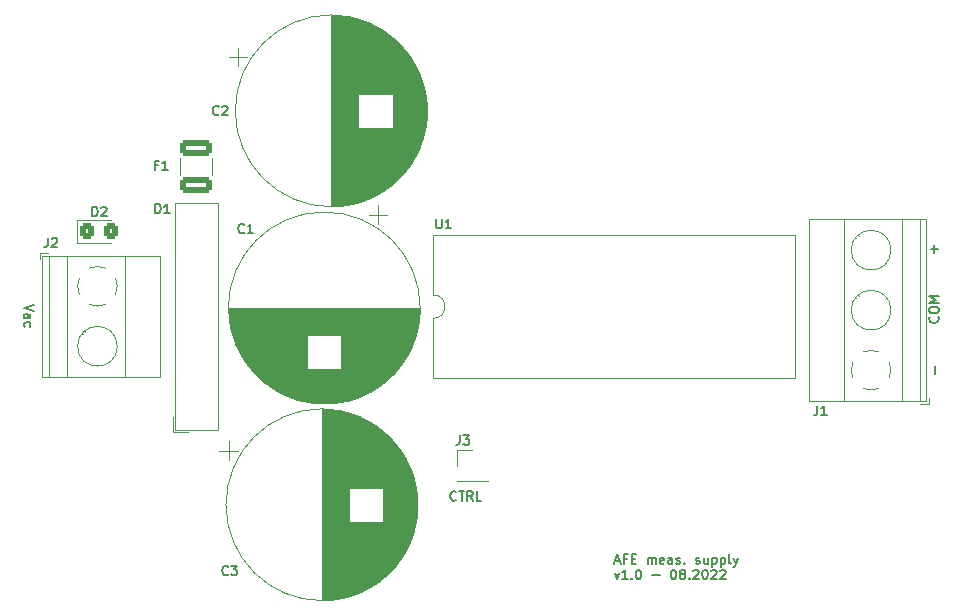
<source format=gto>
G04 #@! TF.GenerationSoftware,KiCad,Pcbnew,(6.0.6)*
G04 #@! TF.CreationDate,2022-08-27T12:40:56+02:00*
G04 #@! TF.ProjectId,afe-power-supply,6166652d-706f-4776-9572-2d737570706c,rev?*
G04 #@! TF.SameCoordinates,Original*
G04 #@! TF.FileFunction,Legend,Top*
G04 #@! TF.FilePolarity,Positive*
%FSLAX46Y46*%
G04 Gerber Fmt 4.6, Leading zero omitted, Abs format (unit mm)*
G04 Created by KiCad (PCBNEW (6.0.6)) date 2022-08-27 12:40:56*
%MOMM*%
%LPD*%
G01*
G04 APERTURE LIST*
G04 Aperture macros list*
%AMRoundRect*
0 Rectangle with rounded corners*
0 $1 Rounding radius*
0 $2 $3 $4 $5 $6 $7 $8 $9 X,Y pos of 4 corners*
0 Add a 4 corners polygon primitive as box body*
4,1,4,$2,$3,$4,$5,$6,$7,$8,$9,$2,$3,0*
0 Add four circle primitives for the rounded corners*
1,1,$1+$1,$2,$3*
1,1,$1+$1,$4,$5*
1,1,$1+$1,$6,$7*
1,1,$1+$1,$8,$9*
0 Add four rect primitives between the rounded corners*
20,1,$1+$1,$2,$3,$4,$5,0*
20,1,$1+$1,$4,$5,$6,$7,0*
20,1,$1+$1,$6,$7,$8,$9,0*
20,1,$1+$1,$8,$9,$2,$3,0*%
G04 Aperture macros list end*
%ADD10C,0.150000*%
%ADD11C,0.200000*%
%ADD12C,0.120000*%
%ADD13C,3.200000*%
%ADD14RoundRect,0.250000X1.075000X-0.400000X1.075000X0.400000X-1.075000X0.400000X-1.075000X-0.400000X0*%
%ADD15R,2.400000X2.400000*%
%ADD16C,2.400000*%
%ADD17R,2.600000X2.600000*%
%ADD18C,2.600000*%
%ADD19R,1.700000X1.700000*%
%ADD20R,1.600000X2.400000*%
%ADD21O,1.600000X2.400000*%
%ADD22RoundRect,0.250000X-0.325000X-0.450000X0.325000X-0.450000X0.325000X0.450000X-0.325000X0.450000X0*%
%ADD23R,2.000000X2.000000*%
%ADD24C,2.000000*%
G04 APERTURE END LIST*
D10*
X108869047Y-54135714D02*
X108830952Y-54173809D01*
X108716666Y-54211904D01*
X108640476Y-54211904D01*
X108526190Y-54173809D01*
X108450000Y-54097619D01*
X108411904Y-54021428D01*
X108373809Y-53869047D01*
X108373809Y-53754761D01*
X108411904Y-53602380D01*
X108450000Y-53526190D01*
X108526190Y-53450000D01*
X108640476Y-53411904D01*
X108716666Y-53411904D01*
X108830952Y-53450000D01*
X108869047Y-53488095D01*
X109097619Y-53411904D02*
X109554761Y-53411904D01*
X109326190Y-54211904D02*
X109326190Y-53411904D01*
X110278571Y-54211904D02*
X110011904Y-53830952D01*
X109821428Y-54211904D02*
X109821428Y-53411904D01*
X110126190Y-53411904D01*
X110202380Y-53450000D01*
X110240476Y-53488095D01*
X110278571Y-53564285D01*
X110278571Y-53678571D01*
X110240476Y-53754761D01*
X110202380Y-53792857D01*
X110126190Y-53830952D01*
X109821428Y-53830952D01*
X111002380Y-54211904D02*
X110621428Y-54211904D01*
X110621428Y-53411904D01*
D11*
X149635714Y-38628571D02*
X149673809Y-38666666D01*
X149711904Y-38780952D01*
X149711904Y-38857142D01*
X149673809Y-38971428D01*
X149597619Y-39047619D01*
X149521428Y-39085714D01*
X149369047Y-39123809D01*
X149254761Y-39123809D01*
X149102380Y-39085714D01*
X149026190Y-39047619D01*
X148950000Y-38971428D01*
X148911904Y-38857142D01*
X148911904Y-38780952D01*
X148950000Y-38666666D01*
X148988095Y-38628571D01*
X148911904Y-38133333D02*
X148911904Y-37980952D01*
X148950000Y-37904761D01*
X149026190Y-37828571D01*
X149178571Y-37790476D01*
X149445238Y-37790476D01*
X149597619Y-37828571D01*
X149673809Y-37904761D01*
X149711904Y-37980952D01*
X149711904Y-38133333D01*
X149673809Y-38209523D01*
X149597619Y-38285714D01*
X149445238Y-38323809D01*
X149178571Y-38323809D01*
X149026190Y-38285714D01*
X148950000Y-38209523D01*
X148911904Y-38133333D01*
X149711904Y-37447619D02*
X148911904Y-37447619D01*
X149483333Y-37180952D01*
X148911904Y-36914285D01*
X149711904Y-36914285D01*
X149407142Y-43454761D02*
X149407142Y-42845238D01*
X73088095Y-37628571D02*
X72288095Y-37895238D01*
X73088095Y-38161904D01*
X72288095Y-38771428D02*
X72707142Y-38771428D01*
X72783333Y-38733333D01*
X72821428Y-38657142D01*
X72821428Y-38504761D01*
X72783333Y-38428571D01*
X72326190Y-38771428D02*
X72288095Y-38695238D01*
X72288095Y-38504761D01*
X72326190Y-38428571D01*
X72402380Y-38390476D01*
X72478571Y-38390476D01*
X72554761Y-38428571D01*
X72592857Y-38504761D01*
X72592857Y-38695238D01*
X72630952Y-38771428D01*
X72326190Y-39495238D02*
X72288095Y-39419047D01*
X72288095Y-39266666D01*
X72326190Y-39190476D01*
X72364285Y-39152380D01*
X72440476Y-39114285D01*
X72669047Y-39114285D01*
X72745238Y-39152380D01*
X72783333Y-39190476D01*
X72821428Y-39266666D01*
X72821428Y-39419047D01*
X72783333Y-39495238D01*
X122329380Y-59331733D02*
X122710333Y-59331733D01*
X122253190Y-59560304D02*
X122519857Y-58760304D01*
X122786523Y-59560304D01*
X123319857Y-59141257D02*
X123053190Y-59141257D01*
X123053190Y-59560304D02*
X123053190Y-58760304D01*
X123434142Y-58760304D01*
X123738904Y-59141257D02*
X124005571Y-59141257D01*
X124119857Y-59560304D02*
X123738904Y-59560304D01*
X123738904Y-58760304D01*
X124119857Y-58760304D01*
X125072238Y-59560304D02*
X125072238Y-59026971D01*
X125072238Y-59103161D02*
X125110333Y-59065066D01*
X125186523Y-59026971D01*
X125300809Y-59026971D01*
X125377000Y-59065066D01*
X125415095Y-59141257D01*
X125415095Y-59560304D01*
X125415095Y-59141257D02*
X125453190Y-59065066D01*
X125529380Y-59026971D01*
X125643666Y-59026971D01*
X125719857Y-59065066D01*
X125757952Y-59141257D01*
X125757952Y-59560304D01*
X126443666Y-59522209D02*
X126367476Y-59560304D01*
X126215095Y-59560304D01*
X126138904Y-59522209D01*
X126100809Y-59446019D01*
X126100809Y-59141257D01*
X126138904Y-59065066D01*
X126215095Y-59026971D01*
X126367476Y-59026971D01*
X126443666Y-59065066D01*
X126481761Y-59141257D01*
X126481761Y-59217447D01*
X126100809Y-59293638D01*
X127167476Y-59560304D02*
X127167476Y-59141257D01*
X127129380Y-59065066D01*
X127053190Y-59026971D01*
X126900809Y-59026971D01*
X126824619Y-59065066D01*
X127167476Y-59522209D02*
X127091285Y-59560304D01*
X126900809Y-59560304D01*
X126824619Y-59522209D01*
X126786523Y-59446019D01*
X126786523Y-59369828D01*
X126824619Y-59293638D01*
X126900809Y-59255542D01*
X127091285Y-59255542D01*
X127167476Y-59217447D01*
X127510333Y-59522209D02*
X127586523Y-59560304D01*
X127738904Y-59560304D01*
X127815095Y-59522209D01*
X127853190Y-59446019D01*
X127853190Y-59407923D01*
X127815095Y-59331733D01*
X127738904Y-59293638D01*
X127624619Y-59293638D01*
X127548428Y-59255542D01*
X127510333Y-59179352D01*
X127510333Y-59141257D01*
X127548428Y-59065066D01*
X127624619Y-59026971D01*
X127738904Y-59026971D01*
X127815095Y-59065066D01*
X128196047Y-59484114D02*
X128234142Y-59522209D01*
X128196047Y-59560304D01*
X128157952Y-59522209D01*
X128196047Y-59484114D01*
X128196047Y-59560304D01*
X129148428Y-59522209D02*
X129224619Y-59560304D01*
X129377000Y-59560304D01*
X129453190Y-59522209D01*
X129491285Y-59446019D01*
X129491285Y-59407923D01*
X129453190Y-59331733D01*
X129377000Y-59293638D01*
X129262714Y-59293638D01*
X129186523Y-59255542D01*
X129148428Y-59179352D01*
X129148428Y-59141257D01*
X129186523Y-59065066D01*
X129262714Y-59026971D01*
X129377000Y-59026971D01*
X129453190Y-59065066D01*
X130177000Y-59026971D02*
X130177000Y-59560304D01*
X129834142Y-59026971D02*
X129834142Y-59446019D01*
X129872238Y-59522209D01*
X129948428Y-59560304D01*
X130062714Y-59560304D01*
X130138904Y-59522209D01*
X130177000Y-59484114D01*
X130557952Y-59026971D02*
X130557952Y-59826971D01*
X130557952Y-59065066D02*
X130634142Y-59026971D01*
X130786523Y-59026971D01*
X130862714Y-59065066D01*
X130900809Y-59103161D01*
X130938904Y-59179352D01*
X130938904Y-59407923D01*
X130900809Y-59484114D01*
X130862714Y-59522209D01*
X130786523Y-59560304D01*
X130634142Y-59560304D01*
X130557952Y-59522209D01*
X131281761Y-59026971D02*
X131281761Y-59826971D01*
X131281761Y-59065066D02*
X131357952Y-59026971D01*
X131510333Y-59026971D01*
X131586523Y-59065066D01*
X131624619Y-59103161D01*
X131662714Y-59179352D01*
X131662714Y-59407923D01*
X131624619Y-59484114D01*
X131586523Y-59522209D01*
X131510333Y-59560304D01*
X131357952Y-59560304D01*
X131281761Y-59522209D01*
X132119857Y-59560304D02*
X132043666Y-59522209D01*
X132005571Y-59446019D01*
X132005571Y-58760304D01*
X132348428Y-59026971D02*
X132538904Y-59560304D01*
X132729380Y-59026971D02*
X132538904Y-59560304D01*
X132462714Y-59750780D01*
X132424619Y-59788876D01*
X132348428Y-59826971D01*
X122291285Y-60314971D02*
X122481761Y-60848304D01*
X122672238Y-60314971D01*
X123396047Y-60848304D02*
X122938904Y-60848304D01*
X123167476Y-60848304D02*
X123167476Y-60048304D01*
X123091285Y-60162590D01*
X123015095Y-60238780D01*
X122938904Y-60276876D01*
X123738904Y-60772114D02*
X123777000Y-60810209D01*
X123738904Y-60848304D01*
X123700809Y-60810209D01*
X123738904Y-60772114D01*
X123738904Y-60848304D01*
X124272238Y-60048304D02*
X124348428Y-60048304D01*
X124424619Y-60086400D01*
X124462714Y-60124495D01*
X124500809Y-60200685D01*
X124538904Y-60353066D01*
X124538904Y-60543542D01*
X124500809Y-60695923D01*
X124462714Y-60772114D01*
X124424619Y-60810209D01*
X124348428Y-60848304D01*
X124272238Y-60848304D01*
X124196047Y-60810209D01*
X124157952Y-60772114D01*
X124119857Y-60695923D01*
X124081761Y-60543542D01*
X124081761Y-60353066D01*
X124119857Y-60200685D01*
X124157952Y-60124495D01*
X124196047Y-60086400D01*
X124272238Y-60048304D01*
X125491285Y-60543542D02*
X126100809Y-60543542D01*
X127243666Y-60048304D02*
X127319857Y-60048304D01*
X127396047Y-60086400D01*
X127434142Y-60124495D01*
X127472238Y-60200685D01*
X127510333Y-60353066D01*
X127510333Y-60543542D01*
X127472238Y-60695923D01*
X127434142Y-60772114D01*
X127396047Y-60810209D01*
X127319857Y-60848304D01*
X127243666Y-60848304D01*
X127167476Y-60810209D01*
X127129380Y-60772114D01*
X127091285Y-60695923D01*
X127053190Y-60543542D01*
X127053190Y-60353066D01*
X127091285Y-60200685D01*
X127129380Y-60124495D01*
X127167476Y-60086400D01*
X127243666Y-60048304D01*
X127967476Y-60391161D02*
X127891285Y-60353066D01*
X127853190Y-60314971D01*
X127815095Y-60238780D01*
X127815095Y-60200685D01*
X127853190Y-60124495D01*
X127891285Y-60086400D01*
X127967476Y-60048304D01*
X128119857Y-60048304D01*
X128196047Y-60086400D01*
X128234142Y-60124495D01*
X128272238Y-60200685D01*
X128272238Y-60238780D01*
X128234142Y-60314971D01*
X128196047Y-60353066D01*
X128119857Y-60391161D01*
X127967476Y-60391161D01*
X127891285Y-60429257D01*
X127853190Y-60467352D01*
X127815095Y-60543542D01*
X127815095Y-60695923D01*
X127853190Y-60772114D01*
X127891285Y-60810209D01*
X127967476Y-60848304D01*
X128119857Y-60848304D01*
X128196047Y-60810209D01*
X128234142Y-60772114D01*
X128272238Y-60695923D01*
X128272238Y-60543542D01*
X128234142Y-60467352D01*
X128196047Y-60429257D01*
X128119857Y-60391161D01*
X128615095Y-60772114D02*
X128653190Y-60810209D01*
X128615095Y-60848304D01*
X128577000Y-60810209D01*
X128615095Y-60772114D01*
X128615095Y-60848304D01*
X128957952Y-60124495D02*
X128996047Y-60086400D01*
X129072238Y-60048304D01*
X129262714Y-60048304D01*
X129338904Y-60086400D01*
X129377000Y-60124495D01*
X129415095Y-60200685D01*
X129415095Y-60276876D01*
X129377000Y-60391161D01*
X128919857Y-60848304D01*
X129415095Y-60848304D01*
X129910333Y-60048304D02*
X129986523Y-60048304D01*
X130062714Y-60086400D01*
X130100809Y-60124495D01*
X130138904Y-60200685D01*
X130177000Y-60353066D01*
X130177000Y-60543542D01*
X130138904Y-60695923D01*
X130100809Y-60772114D01*
X130062714Y-60810209D01*
X129986523Y-60848304D01*
X129910333Y-60848304D01*
X129834142Y-60810209D01*
X129796047Y-60772114D01*
X129757952Y-60695923D01*
X129719857Y-60543542D01*
X129719857Y-60353066D01*
X129757952Y-60200685D01*
X129796047Y-60124495D01*
X129834142Y-60086400D01*
X129910333Y-60048304D01*
X130481761Y-60124495D02*
X130519857Y-60086400D01*
X130596047Y-60048304D01*
X130786523Y-60048304D01*
X130862714Y-60086400D01*
X130900809Y-60124495D01*
X130938904Y-60200685D01*
X130938904Y-60276876D01*
X130900809Y-60391161D01*
X130443666Y-60848304D01*
X130938904Y-60848304D01*
X131243666Y-60124495D02*
X131281761Y-60086400D01*
X131357952Y-60048304D01*
X131548428Y-60048304D01*
X131624619Y-60086400D01*
X131662714Y-60124495D01*
X131700809Y-60200685D01*
X131700809Y-60276876D01*
X131662714Y-60391161D01*
X131205571Y-60848304D01*
X131700809Y-60848304D01*
X149045238Y-32907142D02*
X149654761Y-32907142D01*
X149350000Y-33211904D02*
X149350000Y-32602380D01*
D10*
X83623333Y-25802857D02*
X83356666Y-25802857D01*
X83356666Y-26221904D02*
X83356666Y-25421904D01*
X83737619Y-25421904D01*
X84461428Y-26221904D02*
X84004285Y-26221904D01*
X84232857Y-26221904D02*
X84232857Y-25421904D01*
X84156666Y-25536190D01*
X84080476Y-25612380D01*
X84004285Y-25650476D01*
X88766666Y-21485714D02*
X88728571Y-21523809D01*
X88614285Y-21561904D01*
X88538095Y-21561904D01*
X88423809Y-21523809D01*
X88347619Y-21447619D01*
X88309523Y-21371428D01*
X88271428Y-21219047D01*
X88271428Y-21104761D01*
X88309523Y-20952380D01*
X88347619Y-20876190D01*
X88423809Y-20800000D01*
X88538095Y-20761904D01*
X88614285Y-20761904D01*
X88728571Y-20800000D01*
X88766666Y-20838095D01*
X89071428Y-20838095D02*
X89109523Y-20800000D01*
X89185714Y-20761904D01*
X89376190Y-20761904D01*
X89452380Y-20800000D01*
X89490476Y-20838095D01*
X89528571Y-20914285D01*
X89528571Y-20990476D01*
X89490476Y-21104761D01*
X89033333Y-21561904D01*
X89528571Y-21561904D01*
X74283333Y-31961904D02*
X74283333Y-32533333D01*
X74245238Y-32647619D01*
X74169047Y-32723809D01*
X74054761Y-32761904D01*
X73978571Y-32761904D01*
X74626190Y-32038095D02*
X74664285Y-32000000D01*
X74740476Y-31961904D01*
X74930952Y-31961904D01*
X75007142Y-32000000D01*
X75045238Y-32038095D01*
X75083333Y-32114285D01*
X75083333Y-32190476D01*
X75045238Y-32304761D01*
X74588095Y-32761904D01*
X75083333Y-32761904D01*
X139433333Y-46171904D02*
X139433333Y-46743333D01*
X139395238Y-46857619D01*
X139319047Y-46933809D01*
X139204761Y-46971904D01*
X139128571Y-46971904D01*
X140233333Y-46971904D02*
X139776190Y-46971904D01*
X140004761Y-46971904D02*
X140004761Y-46171904D01*
X139928571Y-46286190D01*
X139852380Y-46362380D01*
X139776190Y-46400476D01*
X109183333Y-48661904D02*
X109183333Y-49233333D01*
X109145238Y-49347619D01*
X109069047Y-49423809D01*
X108954761Y-49461904D01*
X108878571Y-49461904D01*
X109488095Y-48661904D02*
X109983333Y-48661904D01*
X109716666Y-48966666D01*
X109830952Y-48966666D01*
X109907142Y-49004761D01*
X109945238Y-49042857D01*
X109983333Y-49119047D01*
X109983333Y-49309523D01*
X109945238Y-49385714D01*
X109907142Y-49423809D01*
X109830952Y-49461904D01*
X109602380Y-49461904D01*
X109526190Y-49423809D01*
X109488095Y-49385714D01*
X107190476Y-30361904D02*
X107190476Y-31009523D01*
X107228571Y-31085714D01*
X107266666Y-31123809D01*
X107342857Y-31161904D01*
X107495238Y-31161904D01*
X107571428Y-31123809D01*
X107609523Y-31085714D01*
X107647619Y-31009523D01*
X107647619Y-30361904D01*
X108447619Y-31161904D02*
X107990476Y-31161904D01*
X108219047Y-31161904D02*
X108219047Y-30361904D01*
X108142857Y-30476190D01*
X108066666Y-30552380D01*
X107990476Y-30590476D01*
X78059523Y-30111904D02*
X78059523Y-29311904D01*
X78250000Y-29311904D01*
X78364285Y-29350000D01*
X78440476Y-29426190D01*
X78478571Y-29502380D01*
X78516666Y-29654761D01*
X78516666Y-29769047D01*
X78478571Y-29921428D01*
X78440476Y-29997619D01*
X78364285Y-30073809D01*
X78250000Y-30111904D01*
X78059523Y-30111904D01*
X78821428Y-29388095D02*
X78859523Y-29350000D01*
X78935714Y-29311904D01*
X79126190Y-29311904D01*
X79202380Y-29350000D01*
X79240476Y-29388095D01*
X79278571Y-29464285D01*
X79278571Y-29540476D01*
X79240476Y-29654761D01*
X78783333Y-30111904D01*
X79278571Y-30111904D01*
X90916666Y-31485714D02*
X90878571Y-31523809D01*
X90764285Y-31561904D01*
X90688095Y-31561904D01*
X90573809Y-31523809D01*
X90497619Y-31447619D01*
X90459523Y-31371428D01*
X90421428Y-31219047D01*
X90421428Y-31104761D01*
X90459523Y-30952380D01*
X90497619Y-30876190D01*
X90573809Y-30800000D01*
X90688095Y-30761904D01*
X90764285Y-30761904D01*
X90878571Y-30800000D01*
X90916666Y-30838095D01*
X91678571Y-31561904D02*
X91221428Y-31561904D01*
X91450000Y-31561904D02*
X91450000Y-30761904D01*
X91373809Y-30876190D01*
X91297619Y-30952380D01*
X91221428Y-30990476D01*
X83389523Y-29881904D02*
X83389523Y-29081904D01*
X83580000Y-29081904D01*
X83694285Y-29120000D01*
X83770476Y-29196190D01*
X83808571Y-29272380D01*
X83846666Y-29424761D01*
X83846666Y-29539047D01*
X83808571Y-29691428D01*
X83770476Y-29767619D01*
X83694285Y-29843809D01*
X83580000Y-29881904D01*
X83389523Y-29881904D01*
X84608571Y-29881904D02*
X84151428Y-29881904D01*
X84380000Y-29881904D02*
X84380000Y-29081904D01*
X84303809Y-29196190D01*
X84227619Y-29272380D01*
X84151428Y-29310476D01*
X89566666Y-60435714D02*
X89528571Y-60473809D01*
X89414285Y-60511904D01*
X89338095Y-60511904D01*
X89223809Y-60473809D01*
X89147619Y-60397619D01*
X89109523Y-60321428D01*
X89071428Y-60169047D01*
X89071428Y-60054761D01*
X89109523Y-59902380D01*
X89147619Y-59826190D01*
X89223809Y-59750000D01*
X89338095Y-59711904D01*
X89414285Y-59711904D01*
X89528571Y-59750000D01*
X89566666Y-59788095D01*
X89833333Y-59711904D02*
X90328571Y-59711904D01*
X90061904Y-60016666D01*
X90176190Y-60016666D01*
X90252380Y-60054761D01*
X90290476Y-60092857D01*
X90328571Y-60169047D01*
X90328571Y-60359523D01*
X90290476Y-60435714D01*
X90252380Y-60473809D01*
X90176190Y-60511904D01*
X89947619Y-60511904D01*
X89871428Y-60473809D01*
X89833333Y-60435714D01*
D12*
X85515000Y-26613737D02*
X85515000Y-25166263D01*
X88225000Y-26613737D02*
X88225000Y-25166263D01*
X102608246Y-22640000D02*
X102608246Y-28036000D01*
X104248246Y-15725000D02*
X104248246Y-26675000D01*
X103288246Y-14842000D02*
X103288246Y-19760000D01*
X100568246Y-13446000D02*
X100568246Y-28954000D01*
X101408246Y-13743000D02*
X101408246Y-19760000D01*
X102888246Y-14548000D02*
X102888246Y-19760000D01*
X102288246Y-14173000D02*
X102288246Y-19760000D01*
X104888246Y-16509000D02*
X104888246Y-25891000D01*
X104488246Y-15996000D02*
X104488246Y-26404000D01*
X100808246Y-13520000D02*
X100808246Y-19760000D01*
X105248246Y-17057000D02*
X105248246Y-25343000D01*
X101488246Y-13777000D02*
X101488246Y-19760000D01*
X100768246Y-22640000D02*
X100768246Y-28893000D01*
X99328246Y-13186000D02*
X99328246Y-29214000D01*
X104768246Y-16346000D02*
X104768246Y-26054000D01*
X103808246Y-15284000D02*
X103808246Y-27116000D01*
X102328246Y-22640000D02*
X102328246Y-28204000D01*
X101088246Y-13618000D02*
X101088246Y-19760000D01*
X103688246Y-15175000D02*
X103688246Y-27225000D01*
X102088246Y-14064000D02*
X102088246Y-19760000D01*
X102408246Y-14242000D02*
X102408246Y-19760000D01*
X102128246Y-14085000D02*
X102128246Y-19760000D01*
X98447246Y-13121000D02*
X98447246Y-29279000D01*
X102448246Y-14266000D02*
X102448246Y-19760000D01*
X102048246Y-14043000D02*
X102048246Y-19760000D01*
X103288246Y-22640000D02*
X103288246Y-27558000D01*
X105128246Y-16864000D02*
X105128246Y-25536000D01*
X100328246Y-13380000D02*
X100328246Y-29020000D01*
X104208246Y-15682000D02*
X104208246Y-26718000D01*
X99008246Y-13151000D02*
X99008246Y-29249000D01*
X102088246Y-22640000D02*
X102088246Y-28336000D01*
X105088246Y-16802000D02*
X105088246Y-25598000D01*
X100808246Y-22640000D02*
X100808246Y-28880000D01*
X106168246Y-19280000D02*
X106168246Y-23120000D01*
X104608246Y-16141000D02*
X104608246Y-26259000D01*
X100288246Y-13370000D02*
X100288246Y-29030000D01*
X102168246Y-14106000D02*
X102168246Y-19760000D01*
X101408246Y-22640000D02*
X101408246Y-28657000D01*
X101728246Y-13884000D02*
X101728246Y-19760000D01*
X102448246Y-22640000D02*
X102448246Y-28134000D01*
X106128246Y-19126000D02*
X106128246Y-23274000D01*
X98607246Y-13126000D02*
X98607246Y-29274000D01*
X101848246Y-13942000D02*
X101848246Y-19760000D01*
X102488246Y-14290000D02*
X102488246Y-19760000D01*
X103328246Y-14873000D02*
X103328246Y-19760000D01*
X104448246Y-15949000D02*
X104448246Y-26451000D01*
X100248246Y-13360000D02*
X100248246Y-29040000D01*
X99688246Y-13241000D02*
X99688246Y-29159000D01*
X98847246Y-13139000D02*
X98847246Y-29261000D01*
X99968246Y-13295000D02*
X99968246Y-29105000D01*
X104048246Y-15516000D02*
X104048246Y-26884000D01*
X98927246Y-13145000D02*
X98927246Y-29255000D01*
X105208246Y-16991000D02*
X105208246Y-25409000D01*
X101208246Y-13663000D02*
X101208246Y-19760000D01*
X102848246Y-22640000D02*
X102848246Y-27879000D01*
X102688246Y-22640000D02*
X102688246Y-27985000D01*
X99488246Y-13209000D02*
X99488246Y-29191000D01*
X103128246Y-14720000D02*
X103128246Y-19760000D01*
X99648246Y-13234000D02*
X99648246Y-29166000D01*
X106088246Y-18982000D02*
X106088246Y-23418000D01*
X99608246Y-13228000D02*
X99608246Y-29172000D01*
X99528246Y-13215000D02*
X99528246Y-29185000D01*
X103168246Y-22640000D02*
X103168246Y-27650000D01*
X102768246Y-14467000D02*
X102768246Y-19760000D01*
X103368246Y-14905000D02*
X103368246Y-19760000D01*
X103208246Y-14780000D02*
X103208246Y-19760000D01*
X104368246Y-15857000D02*
X104368246Y-26543000D01*
X99848246Y-13271000D02*
X99848246Y-29129000D01*
X104848246Y-16454000D02*
X104848246Y-25946000D01*
X101808246Y-22640000D02*
X101808246Y-28478000D01*
X106368246Y-20435000D02*
X106368246Y-21965000D01*
X99808246Y-13263000D02*
X99808246Y-29137000D01*
X103888246Y-15360000D02*
X103888246Y-27040000D01*
X102608246Y-14364000D02*
X102608246Y-19760000D01*
X105288246Y-17124000D02*
X105288246Y-25276000D01*
X102248246Y-22640000D02*
X102248246Y-28249000D01*
X100448246Y-13412000D02*
X100448246Y-28988000D01*
X101448246Y-13760000D02*
X101448246Y-19760000D01*
X101128246Y-22640000D02*
X101128246Y-28768000D01*
X98287246Y-13119000D02*
X98287246Y-29281000D01*
X101648246Y-13847000D02*
X101648246Y-19760000D01*
X100888246Y-22640000D02*
X100888246Y-28853000D01*
X103368246Y-22640000D02*
X103368246Y-27495000D01*
X98407246Y-13120000D02*
X98407246Y-29280000D01*
X99048246Y-13155000D02*
X99048246Y-29245000D01*
X100168246Y-13340000D02*
X100168246Y-29060000D01*
X101768246Y-13903000D02*
X101768246Y-19760000D01*
X102168246Y-22640000D02*
X102168246Y-28294000D01*
X100968246Y-13575000D02*
X100968246Y-19760000D01*
X101288246Y-13694000D02*
X101288246Y-19760000D01*
X101528246Y-13794000D02*
X101528246Y-19760000D01*
X103248246Y-22640000D02*
X103248246Y-27590000D01*
X98967246Y-13148000D02*
X98967246Y-29252000D01*
X98527246Y-13123000D02*
X98527246Y-29277000D01*
X101848246Y-22640000D02*
X101848246Y-28458000D01*
X102808246Y-14494000D02*
X102808246Y-19760000D01*
X102128246Y-22640000D02*
X102128246Y-28315000D01*
X101368246Y-13726000D02*
X101368246Y-19760000D01*
X104528246Y-16044000D02*
X104528246Y-26356000D01*
X105168246Y-16927000D02*
X105168246Y-25473000D01*
X102568246Y-14339000D02*
X102568246Y-19760000D01*
X102208246Y-14128000D02*
X102208246Y-19760000D01*
X103448246Y-22640000D02*
X103448246Y-27430000D01*
X105808246Y-18176000D02*
X105808246Y-24224000D01*
X102648246Y-22640000D02*
X102648246Y-28011000D01*
X100368246Y-13390000D02*
X100368246Y-29010000D01*
X100608246Y-13458000D02*
X100608246Y-19760000D01*
X100848246Y-22640000D02*
X100848246Y-28866000D01*
X99208246Y-13172000D02*
X99208246Y-29228000D01*
X105928246Y-18489000D02*
X105928246Y-23911000D01*
X98327246Y-13120000D02*
X98327246Y-29280000D01*
X106248246Y-19636000D02*
X106248246Y-22764000D01*
X102928246Y-22640000D02*
X102928246Y-27824000D01*
X100648246Y-13470000D02*
X100648246Y-19760000D01*
X104328246Y-15812000D02*
X104328246Y-26588000D01*
X105368246Y-17264000D02*
X105368246Y-25136000D01*
X102288246Y-22640000D02*
X102288246Y-28227000D01*
X100528246Y-13435000D02*
X100528246Y-28965000D01*
X99768246Y-13256000D02*
X99768246Y-29144000D01*
X100928246Y-22640000D02*
X100928246Y-28839000D01*
X102328246Y-14196000D02*
X102328246Y-19760000D01*
X101128246Y-13632000D02*
X101128246Y-19760000D01*
X105488246Y-17485000D02*
X105488246Y-24915000D01*
X101288246Y-22640000D02*
X101288246Y-28706000D01*
X101968246Y-14001000D02*
X101968246Y-19760000D01*
X101888246Y-22640000D02*
X101888246Y-28439000D01*
X102528246Y-22640000D02*
X102528246Y-28086000D01*
X98687246Y-13129000D02*
X98687246Y-29271000D01*
X98487246Y-13122000D02*
X98487246Y-29278000D01*
X100648246Y-22640000D02*
X100648246Y-28930000D01*
X104928246Y-16566000D02*
X104928246Y-25834000D01*
X101808246Y-13922000D02*
X101808246Y-19760000D01*
X100008246Y-13304000D02*
X100008246Y-29096000D01*
X102728246Y-22640000D02*
X102728246Y-27959000D01*
X99248246Y-13176000D02*
X99248246Y-29224000D01*
X99568246Y-13221000D02*
X99568246Y-29179000D01*
X103088246Y-22640000D02*
X103088246Y-27710000D01*
X105528246Y-17563000D02*
X105528246Y-24837000D01*
X103128246Y-22640000D02*
X103128246Y-27680000D01*
X103528246Y-15037000D02*
X103528246Y-27363000D01*
X103968246Y-15437000D02*
X103968246Y-26963000D01*
X105688246Y-17897000D02*
X105688246Y-24503000D01*
X105048246Y-16741000D02*
X105048246Y-25659000D01*
X99408246Y-13197000D02*
X99408246Y-29203000D01*
X101328246Y-22640000D02*
X101328246Y-28690000D01*
X103008246Y-22640000D02*
X103008246Y-27768000D01*
X102568246Y-22640000D02*
X102568246Y-28061000D01*
X104168246Y-15640000D02*
X104168246Y-26760000D01*
X102368246Y-14219000D02*
X102368246Y-19760000D01*
X98887246Y-13142000D02*
X98887246Y-29258000D01*
X102648246Y-14389000D02*
X102648246Y-19760000D01*
X103408246Y-22640000D02*
X103408246Y-27463000D01*
X104648246Y-16191000D02*
X104648246Y-26209000D01*
X101008246Y-13589000D02*
X101008246Y-19760000D01*
X102728246Y-14441000D02*
X102728246Y-19760000D01*
X102768246Y-22640000D02*
X102768246Y-27933000D01*
X102688246Y-14415000D02*
X102688246Y-19760000D01*
X106208246Y-19448000D02*
X106208246Y-22952000D01*
X105968246Y-18603000D02*
X105968246Y-23797000D01*
X102408246Y-22640000D02*
X102408246Y-28158000D01*
X98727246Y-13131000D02*
X98727246Y-29269000D01*
X105888246Y-18380000D02*
X105888246Y-24020000D01*
X106288246Y-19849000D02*
X106288246Y-22551000D01*
X101928246Y-13981000D02*
X101928246Y-19760000D01*
X103248246Y-14810000D02*
X103248246Y-19760000D01*
X105448246Y-17410000D02*
X105448246Y-24990000D01*
X101688246Y-22640000D02*
X101688246Y-28534000D01*
X100888246Y-13547000D02*
X100888246Y-19760000D01*
X104408246Y-15903000D02*
X104408246Y-26497000D01*
X101168246Y-13647000D02*
X101168246Y-19760000D01*
X104008246Y-15476000D02*
X104008246Y-26924000D01*
X100488246Y-13423000D02*
X100488246Y-28977000D01*
X104968246Y-16623000D02*
X104968246Y-25777000D01*
X101488246Y-22640000D02*
X101488246Y-28623000D01*
X99088246Y-13159000D02*
X99088246Y-29241000D01*
X101688246Y-13866000D02*
X101688246Y-19760000D01*
X90397755Y-15845000D02*
X90397755Y-17445000D01*
X105768246Y-18080000D02*
X105768246Y-24320000D01*
X101048246Y-13603000D02*
X101048246Y-19760000D01*
X98367246Y-13120000D02*
X98367246Y-29280000D01*
X103008246Y-14632000D02*
X103008246Y-19760000D01*
X100688246Y-22640000D02*
X100688246Y-28918000D01*
X102808246Y-22640000D02*
X102808246Y-27906000D01*
X99368246Y-13192000D02*
X99368246Y-29208000D01*
X100128246Y-13331000D02*
X100128246Y-29069000D01*
X99288246Y-13181000D02*
X99288246Y-29219000D01*
X104728246Y-16294000D02*
X104728246Y-26106000D01*
X102968246Y-14604000D02*
X102968246Y-19760000D01*
X103048246Y-22640000D02*
X103048246Y-27739000D01*
X104808246Y-16400000D02*
X104808246Y-26000000D01*
X104288246Y-15768000D02*
X104288246Y-26632000D01*
X101568246Y-22640000D02*
X101568246Y-28589000D01*
X104688246Y-16242000D02*
X104688246Y-26158000D01*
X102488246Y-22640000D02*
X102488246Y-28110000D01*
X102968246Y-22640000D02*
X102968246Y-27796000D01*
X101568246Y-13811000D02*
X101568246Y-19760000D01*
X102008246Y-14022000D02*
X102008246Y-19760000D01*
X100728246Y-22640000D02*
X100728246Y-28905000D01*
X100608246Y-22640000D02*
X100608246Y-28942000D01*
X103408246Y-14937000D02*
X103408246Y-19760000D01*
X102048246Y-22640000D02*
X102048246Y-28357000D01*
X101248246Y-13678000D02*
X101248246Y-19760000D01*
X105408246Y-17336000D02*
X105408246Y-25064000D01*
X101048246Y-22640000D02*
X101048246Y-28797000D01*
X105608246Y-17725000D02*
X105608246Y-24675000D01*
X101528246Y-22640000D02*
X101528246Y-28606000D01*
X101008246Y-22640000D02*
X101008246Y-28811000D01*
X99928246Y-13287000D02*
X99928246Y-29113000D01*
X101768246Y-22640000D02*
X101768246Y-28497000D01*
X98647246Y-13127000D02*
X98647246Y-29273000D01*
X101168246Y-22640000D02*
X101168246Y-28753000D01*
X102368246Y-22640000D02*
X102368246Y-28181000D01*
X100088246Y-13322000D02*
X100088246Y-29078000D01*
X100408246Y-13401000D02*
X100408246Y-28999000D01*
X100688246Y-13482000D02*
X100688246Y-19760000D01*
X98567246Y-13124000D02*
X98567246Y-29276000D01*
X101248246Y-22640000D02*
X101248246Y-28722000D01*
X101448246Y-22640000D02*
X101448246Y-28640000D01*
X100928246Y-13561000D02*
X100928246Y-19760000D01*
X106008246Y-18722000D02*
X106008246Y-23678000D01*
X101608246Y-13829000D02*
X101608246Y-19760000D01*
X102848246Y-14521000D02*
X102848246Y-19760000D01*
X103848246Y-15322000D02*
X103848246Y-27078000D01*
X100768246Y-13507000D02*
X100768246Y-19760000D01*
X100848246Y-13534000D02*
X100848246Y-19760000D01*
X104568246Y-16092000D02*
X104568246Y-26308000D01*
X99448246Y-13203000D02*
X99448246Y-29197000D01*
X101648246Y-22640000D02*
X101648246Y-28553000D01*
X101608246Y-22640000D02*
X101608246Y-28571000D01*
X106328246Y-20102000D02*
X106328246Y-22298000D01*
X100048246Y-13313000D02*
X100048246Y-29087000D01*
X101968246Y-22640000D02*
X101968246Y-28399000D01*
X103088246Y-14690000D02*
X103088246Y-19760000D01*
X103568246Y-15071000D02*
X103568246Y-27329000D01*
X103448246Y-14970000D02*
X103448246Y-19760000D01*
X105008246Y-16681000D02*
X105008246Y-25719000D01*
X101928246Y-22640000D02*
X101928246Y-28419000D01*
X100208246Y-13350000D02*
X100208246Y-29050000D01*
X103048246Y-14661000D02*
X103048246Y-19760000D01*
X102528246Y-14314000D02*
X102528246Y-19760000D01*
X103768246Y-15248000D02*
X103768246Y-27152000D01*
X101888246Y-13961000D02*
X101888246Y-19760000D01*
X99888246Y-13279000D02*
X99888246Y-29121000D01*
X101088246Y-22640000D02*
X101088246Y-28782000D01*
X101328246Y-13710000D02*
X101328246Y-19760000D01*
X103208246Y-22640000D02*
X103208246Y-27620000D01*
X101728246Y-22640000D02*
X101728246Y-28516000D01*
X99128246Y-13163000D02*
X99128246Y-29237000D01*
X103608246Y-15105000D02*
X103608246Y-27295000D01*
X101368246Y-22640000D02*
X101368246Y-28674000D01*
X98767246Y-13134000D02*
X98767246Y-29266000D01*
X100968246Y-22640000D02*
X100968246Y-28825000D01*
X103328246Y-22640000D02*
X103328246Y-27527000D01*
X104128246Y-15598000D02*
X104128246Y-26802000D01*
X102008246Y-22640000D02*
X102008246Y-28378000D01*
X102208246Y-22640000D02*
X102208246Y-28272000D01*
X98807246Y-13136000D02*
X98807246Y-29264000D01*
X103648246Y-15140000D02*
X103648246Y-27260000D01*
X99168246Y-13167000D02*
X99168246Y-29233000D01*
X102248246Y-14151000D02*
X102248246Y-19760000D01*
X105648246Y-17810000D02*
X105648246Y-24590000D01*
X100728246Y-13495000D02*
X100728246Y-19760000D01*
X102888246Y-22640000D02*
X102888246Y-27852000D01*
X103728246Y-15211000D02*
X103728246Y-27189000D01*
X103928246Y-15398000D02*
X103928246Y-27002000D01*
X102928246Y-14576000D02*
X102928246Y-19760000D01*
X103168246Y-14750000D02*
X103168246Y-19760000D01*
X101208246Y-22640000D02*
X101208246Y-28737000D01*
X89597755Y-16645000D02*
X91197755Y-16645000D01*
X105728246Y-17987000D02*
X105728246Y-24413000D01*
X105568246Y-17643000D02*
X105568246Y-24757000D01*
X104088246Y-15557000D02*
X104088246Y-26843000D01*
X106048246Y-18849000D02*
X106048246Y-23551000D01*
X105328246Y-17193000D02*
X105328246Y-25207000D01*
X105848246Y-18276000D02*
X105848246Y-24124000D01*
X99728246Y-13248000D02*
X99728246Y-29152000D01*
X103488246Y-15003000D02*
X103488246Y-27397000D01*
X106407246Y-21200000D02*
G75*
G03*
X106407246Y-21200000I-8120000J0D01*
G01*
X83756000Y-43735000D02*
X73835000Y-43735000D01*
X79770000Y-42205000D02*
X79734000Y-42170000D01*
X83756000Y-33455000D02*
X73835000Y-33455000D01*
X74395000Y-33455000D02*
X74395000Y-43735000D01*
X77256000Y-40101000D02*
X77221000Y-40066000D01*
X73595000Y-33215000D02*
X73595000Y-33715000D01*
X75895000Y-33455000D02*
X75895000Y-43735000D01*
X74335000Y-33215000D02*
X73595000Y-33215000D01*
X83756000Y-33455000D02*
X83756000Y-43735000D01*
X77472000Y-39908000D02*
X77426000Y-39861000D01*
X73835000Y-33455000D02*
X73835000Y-43735000D01*
X80796000Y-33455000D02*
X80796000Y-43735000D01*
X79564000Y-42410000D02*
X79518000Y-42363000D01*
X79179000Y-34520000D02*
G75*
G03*
X77811958Y-34519573I-684001J-1534993D01*
G01*
X76960000Y-35371000D02*
G75*
G03*
X76814747Y-36083805I1535001J-683999D01*
G01*
X77811000Y-37590001D02*
G75*
G03*
X79178042Y-37590427I684000J1535001D01*
G01*
X80030000Y-36739000D02*
G75*
G03*
X80030427Y-35371958I-1534993J684001D01*
G01*
X76815000Y-36055000D02*
G75*
G03*
X76960244Y-36738318I1680000J0D01*
G01*
X80175000Y-41135000D02*
G75*
G03*
X80175000Y-41135000I-1680000J0D01*
G01*
X145023000Y-39307000D02*
X145069000Y-39354000D01*
X138739000Y-45760000D02*
X148660000Y-45760000D01*
X142725000Y-37010000D02*
X142761000Y-37045000D01*
X138739000Y-45760000D02*
X138739000Y-30400000D01*
X145239000Y-39114000D02*
X145274000Y-39149000D01*
X146600000Y-45760000D02*
X146600000Y-30400000D01*
X141699000Y-45760000D02*
X141699000Y-30400000D01*
X148660000Y-45760000D02*
X148660000Y-30400000D01*
X142725000Y-31930000D02*
X142761000Y-31965000D01*
X148100000Y-45760000D02*
X148100000Y-30400000D01*
X148160000Y-46000000D02*
X148900000Y-46000000D01*
X145023000Y-34227000D02*
X145069000Y-34274000D01*
X145239000Y-34034000D02*
X145274000Y-34069000D01*
X138739000Y-30400000D02*
X148660000Y-30400000D01*
X142931000Y-36805000D02*
X142977000Y-36852000D01*
X148900000Y-46000000D02*
X148900000Y-45500000D01*
X142931000Y-31725000D02*
X142977000Y-31772000D01*
X144684000Y-41624999D02*
G75*
G03*
X143316958Y-41624573I-684000J-1535001D01*
G01*
X143316000Y-44695000D02*
G75*
G03*
X144683042Y-44695427I684001J1534993D01*
G01*
X142465000Y-42476000D02*
G75*
G03*
X142464573Y-43843042I1534993J-684001D01*
G01*
X145535000Y-43844000D02*
G75*
G03*
X145680253Y-43131195I-1535001J683999D01*
G01*
X145680000Y-43160000D02*
G75*
G03*
X145534756Y-42476682I-1680000J0D01*
G01*
X145680000Y-38080000D02*
G75*
G03*
X145680000Y-38080000I-1680000J0D01*
G01*
X145680000Y-33000000D02*
G75*
G03*
X145680000Y-33000000I-1680000J0D01*
G01*
X111580000Y-52520000D02*
X111580000Y-52580000D01*
X108920000Y-49920000D02*
X110250000Y-49920000D01*
X108920000Y-52520000D02*
X111580000Y-52520000D01*
X108920000Y-51250000D02*
X108920000Y-49920000D01*
X108920000Y-52520000D02*
X108920000Y-52580000D01*
X108920000Y-52580000D02*
X111580000Y-52580000D01*
X106920000Y-31720000D02*
X106920000Y-36780000D01*
X137520000Y-31720000D02*
X106920000Y-31720000D01*
X106920000Y-38780000D02*
X106920000Y-43840000D01*
X137520000Y-43840000D02*
X137520000Y-31720000D01*
X106920000Y-43840000D02*
X137520000Y-43840000D01*
X106920000Y-38780000D02*
G75*
G03*
X106920000Y-36780000I0J1000000D01*
G01*
X76790000Y-30440000D02*
X76790000Y-32360000D01*
X79650000Y-30440000D02*
X76790000Y-30440000D01*
X76790000Y-32360000D02*
X79650000Y-32360000D01*
X96260000Y-42528246D02*
X91076000Y-42528246D01*
X96260000Y-41688246D02*
X90564000Y-41688246D01*
X105703000Y-39008246D02*
X89697000Y-39008246D01*
X101909000Y-44808246D02*
X93491000Y-44808246D01*
X96260000Y-40928246D02*
X90210000Y-40928246D01*
X102219000Y-44608246D02*
X93181000Y-44608246D01*
X103995000Y-42968246D02*
X99140000Y-42968246D01*
X96260000Y-42368246D02*
X90967000Y-42368246D01*
X105268000Y-40728246D02*
X99140000Y-40728246D01*
X102904000Y-44088246D02*
X92496000Y-44088246D01*
X96260000Y-42568246D02*
X91104000Y-42568246D01*
X101636000Y-44968246D02*
X93764000Y-44968246D01*
X102997000Y-44008246D02*
X92403000Y-44008246D01*
X104958000Y-41448246D02*
X99140000Y-41448246D01*
X105418000Y-40288246D02*
X99140000Y-40288246D01*
X105106000Y-41128246D02*
X99140000Y-41128246D01*
X105769000Y-38327246D02*
X89631000Y-38327246D01*
X103689000Y-43328246D02*
X91711000Y-43328246D01*
X105089000Y-41168246D02*
X99140000Y-41168246D01*
X99774000Y-45728246D02*
X95626000Y-45728246D01*
X103260000Y-43768246D02*
X92140000Y-43768246D01*
X100820000Y-45368246D02*
X94580000Y-45368246D01*
X105685000Y-39128246D02*
X89715000Y-39128246D01*
X96260000Y-40728246D02*
X90132000Y-40728246D01*
X104772000Y-41808246D02*
X99140000Y-41808246D01*
X105237000Y-40808246D02*
X99140000Y-40808246D01*
X96260000Y-41928246D02*
X90696000Y-41928246D01*
X105393000Y-40368246D02*
X99140000Y-40368246D01*
X105477000Y-40088246D02*
X89923000Y-40088246D01*
X99051000Y-45888246D02*
X96349000Y-45888246D01*
X105499000Y-40008246D02*
X89901000Y-40008246D01*
X105771000Y-38287246D02*
X89629000Y-38287246D01*
X105569000Y-39728246D02*
X89831000Y-39728246D01*
X99452000Y-45808246D02*
X95948000Y-45808246D01*
X103963000Y-43008246D02*
X99140000Y-43008246D01*
X100520000Y-45488246D02*
X94880000Y-45488246D01*
X104268000Y-42608246D02*
X99140000Y-42608246D01*
X96260000Y-41528246D02*
X90481000Y-41528246D01*
X96260000Y-41208246D02*
X90329000Y-41208246D01*
X105311000Y-40608246D02*
X99140000Y-40608246D01*
X105222000Y-40848246D02*
X99140000Y-40848246D01*
X105629000Y-39448246D02*
X89771000Y-39448246D01*
X96260000Y-42688246D02*
X91190000Y-42688246D01*
X96260000Y-40408246D02*
X90020000Y-40408246D01*
X105190000Y-40928246D02*
X99140000Y-40928246D01*
X102500000Y-44408246D02*
X92900000Y-44408246D01*
X96260000Y-42848246D02*
X91310000Y-42848246D01*
X105465000Y-40128246D02*
X89935000Y-40128246D01*
X105578000Y-39688246D02*
X89822000Y-39688246D01*
X96260000Y-40528246D02*
X90061000Y-40528246D01*
X105282000Y-40688246D02*
X99140000Y-40688246D01*
X105779000Y-38047246D02*
X89621000Y-38047246D01*
X103343000Y-43688246D02*
X92057000Y-43688246D01*
X96260000Y-42888246D02*
X91342000Y-42888246D01*
X105724000Y-38848246D02*
X89676000Y-38848246D01*
X101003000Y-45288246D02*
X94397000Y-45288246D01*
X96260000Y-42008246D02*
X90742000Y-42008246D01*
X100913000Y-45328246D02*
X94487000Y-45328246D01*
X102709000Y-44248246D02*
X92691000Y-44248246D01*
X105637000Y-39408246D02*
X89763000Y-39408246D01*
X96260000Y-40808246D02*
X90163000Y-40808246D01*
X96260000Y-41328246D02*
X90384000Y-41328246D01*
X96260000Y-40448246D02*
X90034000Y-40448246D01*
X105714000Y-38928246D02*
X89686000Y-38928246D01*
X105672000Y-39208246D02*
X89728000Y-39208246D01*
X105749000Y-38608246D02*
X89651000Y-38608246D01*
X99918000Y-45688246D02*
X95482000Y-45688246D01*
X96260000Y-42408246D02*
X90994000Y-42408246D01*
X104027000Y-42928246D02*
X99140000Y-42928246D01*
X104150000Y-42768246D02*
X99140000Y-42768246D01*
X103463000Y-43568246D02*
X91937000Y-43568246D01*
X105520000Y-39928246D02*
X89880000Y-39928246D01*
X96260000Y-42288246D02*
X90915000Y-42288246D01*
X102098000Y-44688246D02*
X93302000Y-44688246D01*
X101776000Y-44888246D02*
X93624000Y-44888246D01*
X105752000Y-38567246D02*
X89648000Y-38567246D01*
X103218000Y-43808246D02*
X92182000Y-43808246D01*
X103930000Y-43048246D02*
X99140000Y-43048246D01*
X105728000Y-38808246D02*
X89672000Y-38808246D01*
X101090000Y-45248246D02*
X94310000Y-45248246D01*
X96260000Y-40568246D02*
X90075000Y-40568246D01*
X104749000Y-41848246D02*
X99140000Y-41848246D01*
X96260000Y-42088246D02*
X90790000Y-42088246D01*
X96260000Y-41008246D02*
X90243000Y-41008246D01*
X104433000Y-42368246D02*
X99140000Y-42368246D01*
X104997000Y-41368246D02*
X99140000Y-41368246D01*
X102036000Y-44728246D02*
X93364000Y-44728246D01*
X96260000Y-42728246D02*
X91220000Y-42728246D01*
X105587000Y-39648246D02*
X89813000Y-39648246D01*
X96260000Y-40848246D02*
X90178000Y-40848246D01*
X105442000Y-40208246D02*
X99140000Y-40208246D01*
X96260000Y-42128246D02*
X90814000Y-42128246D01*
X105755000Y-38527246D02*
X89645000Y-38527246D01*
X105366000Y-40448246D02*
X99140000Y-40448246D01*
X96260000Y-41288246D02*
X90366000Y-41288246D01*
X104978000Y-41408246D02*
X99140000Y-41408246D01*
X102658000Y-44288246D02*
X92742000Y-44288246D01*
X103795000Y-43208246D02*
X91605000Y-43208246D01*
X103175000Y-43848246D02*
X92225000Y-43848246D01*
X102554000Y-44368246D02*
X92846000Y-44368246D01*
X104239000Y-42648246D02*
X99140000Y-42648246D01*
X102856000Y-44128246D02*
X92544000Y-44128246D01*
X104836000Y-41688246D02*
X99140000Y-41688246D01*
X105737000Y-38728246D02*
X89663000Y-38728246D01*
X103897000Y-43088246D02*
X91503000Y-43088246D01*
X99620000Y-45768246D02*
X95780000Y-45768246D01*
X105777000Y-38127246D02*
X89623000Y-38127246D01*
X96260000Y-41568246D02*
X90501000Y-41568246D01*
X105733000Y-38768246D02*
X89667000Y-38768246D01*
X96260000Y-41608246D02*
X90522000Y-41608246D01*
X104586000Y-42128246D02*
X99140000Y-42128246D01*
X103540000Y-43488246D02*
X91860000Y-43488246D01*
X96260000Y-40328246D02*
X89995000Y-40328246D01*
X102159000Y-44648246D02*
X93241000Y-44648246D01*
X96260000Y-41088246D02*
X90277000Y-41088246D01*
X105780000Y-37927246D02*
X89620000Y-37927246D01*
X105430000Y-40248246D02*
X99140000Y-40248246D01*
X96260000Y-40488246D02*
X90047000Y-40488246D01*
X105781000Y-37887246D02*
X89619000Y-37887246D01*
X96260000Y-41848246D02*
X90651000Y-41848246D01*
X104485000Y-42288246D02*
X99140000Y-42288246D01*
X105454000Y-40168246D02*
X89946000Y-40168246D01*
X96260000Y-40208246D02*
X89958000Y-40208246D01*
X105764000Y-38407246D02*
X89636000Y-38407246D01*
X105550000Y-39808246D02*
X89850000Y-39808246D01*
X103578000Y-43448246D02*
X91822000Y-43448246D01*
X96260000Y-41488246D02*
X90461000Y-41488246D01*
X101564000Y-45008246D02*
X93836000Y-45008246D01*
X105540000Y-39848246D02*
X89860000Y-39848246D01*
X96260000Y-42208246D02*
X90864000Y-42208246D01*
X105776000Y-38167246D02*
X89624000Y-38167246D01*
X104939000Y-41488246D02*
X99140000Y-41488246D01*
X105053000Y-41248246D02*
X99140000Y-41248246D01*
X103088000Y-43928246D02*
X92312000Y-43928246D01*
X104536000Y-42208246D02*
X99140000Y-42208246D01*
X102277000Y-44568246D02*
X93123000Y-44568246D01*
X104919000Y-41528246D02*
X99140000Y-41528246D01*
X104610000Y-42088246D02*
X99140000Y-42088246D01*
X104658000Y-42008246D02*
X99140000Y-42008246D01*
X105741000Y-38688246D02*
X89659000Y-38688246D01*
X96260000Y-41648246D02*
X90543000Y-41648246D01*
X96260000Y-42968246D02*
X91405000Y-42968246D01*
X103502000Y-43528246D02*
X91898000Y-43528246D01*
X96260000Y-40648246D02*
X90103000Y-40648246D01*
X100411000Y-45528246D02*
X94989000Y-45528246D01*
X104794000Y-41768246D02*
X99140000Y-41768246D01*
X105605000Y-39568246D02*
X89795000Y-39568246D01*
X103760000Y-43248246D02*
X91640000Y-43248246D01*
X101257000Y-45168246D02*
X94143000Y-45168246D01*
X100297000Y-45568246D02*
X95103000Y-45568246D01*
X96260000Y-40888246D02*
X90194000Y-40888246D01*
X96260000Y-41128246D02*
X90294000Y-41128246D01*
X105659000Y-39288246D02*
X89741000Y-39288246D01*
X105596000Y-39608246D02*
X89804000Y-39608246D01*
X103384000Y-43648246D02*
X92016000Y-43648246D01*
X105488000Y-40048246D02*
X89912000Y-40048246D01*
X105652000Y-39328246D02*
X89748000Y-39328246D01*
X105140000Y-41048246D02*
X99140000Y-41048246D01*
X100624000Y-45448246D02*
X94776000Y-45448246D01*
X105297000Y-40648246D02*
X99140000Y-40648246D01*
X103616000Y-43408246D02*
X91784000Y-43408246D01*
X96260000Y-40288246D02*
X89982000Y-40288246D01*
X105708000Y-38968246D02*
X89692000Y-38968246D01*
X100051000Y-45648246D02*
X95349000Y-45648246D01*
X101973000Y-44768246D02*
X93427000Y-44768246D01*
X96260000Y-41448246D02*
X90442000Y-41448246D01*
X105253000Y-40768246D02*
X99140000Y-40768246D01*
X102951000Y-44048246D02*
X92449000Y-44048246D01*
X105697000Y-39048246D02*
X89703000Y-39048246D01*
X104511000Y-42248246D02*
X99140000Y-42248246D01*
X105380000Y-40408246D02*
X99140000Y-40408246D01*
X104561000Y-42168246D02*
X99140000Y-42168246D01*
X105778000Y-38087246D02*
X89622000Y-38087246D01*
X105339000Y-40528246D02*
X99140000Y-40528246D01*
X96260000Y-43048246D02*
X91470000Y-43048246D01*
X100724000Y-45408246D02*
X94676000Y-45408246D01*
X104090000Y-42848246D02*
X99140000Y-42848246D01*
X104899000Y-41568246D02*
X99140000Y-41568246D01*
X96260000Y-42928246D02*
X91373000Y-42928246D01*
X96260000Y-41168246D02*
X90311000Y-41168246D01*
X96260000Y-42608246D02*
X91132000Y-42608246D01*
X104324000Y-42528246D02*
X99140000Y-42528246D01*
X96260000Y-40768246D02*
X90147000Y-40768246D01*
X105758000Y-38487246D02*
X89642000Y-38487246D01*
X96260000Y-42248246D02*
X90889000Y-42248246D01*
X103132000Y-43888246D02*
X92268000Y-43888246D01*
X105123000Y-41088246D02*
X99140000Y-41088246D01*
X102255000Y-29197755D02*
X102255000Y-30797755D01*
X105621000Y-39488246D02*
X89779000Y-39488246D01*
X103725000Y-43288246D02*
X91675000Y-43288246D01*
X103652000Y-43368246D02*
X91748000Y-43368246D01*
X101490000Y-45048246D02*
X93910000Y-45048246D01*
X96260000Y-41248246D02*
X90347000Y-41248246D01*
X102446000Y-44448246D02*
X92954000Y-44448246D01*
X105644000Y-39368246D02*
X89756000Y-39368246D01*
X105766000Y-38367246D02*
X89634000Y-38367246D01*
X96260000Y-42808246D02*
X91280000Y-42808246D01*
X96260000Y-42448246D02*
X91021000Y-42448246D01*
X104704000Y-41928246D02*
X99140000Y-41928246D01*
X96260000Y-41768246D02*
X90606000Y-41768246D01*
X96260000Y-41048246D02*
X90260000Y-41048246D01*
X104379000Y-42448246D02*
X99140000Y-42448246D01*
X96260000Y-42048246D02*
X90766000Y-42048246D01*
X104634000Y-42048246D02*
X99140000Y-42048246D01*
X96260000Y-43008246D02*
X91437000Y-43008246D01*
X104120000Y-42808246D02*
X99140000Y-42808246D01*
X105679000Y-39168246D02*
X89721000Y-39168246D01*
X101175000Y-45208246D02*
X94225000Y-45208246D01*
X96260000Y-41408246D02*
X90422000Y-41408246D01*
X96260000Y-42168246D02*
X90839000Y-42168246D01*
X105613000Y-39528246D02*
X89787000Y-39528246D01*
X105405000Y-40328246D02*
X99140000Y-40328246D01*
X104058000Y-42888246D02*
X99140000Y-42888246D01*
X96260000Y-41888246D02*
X90673000Y-41888246D01*
X96260000Y-41968246D02*
X90719000Y-41968246D01*
X105157000Y-41008246D02*
X99140000Y-41008246D01*
X105780000Y-37967246D02*
X89620000Y-37967246D01*
X96260000Y-41368246D02*
X90403000Y-41368246D01*
X105016000Y-41328246D02*
X99140000Y-41328246D01*
X101707000Y-44928246D02*
X93693000Y-44928246D01*
X100178000Y-45608246D02*
X95222000Y-45608246D01*
X104180000Y-42728246D02*
X99140000Y-42728246D01*
X105666000Y-39248246D02*
X89734000Y-39248246D01*
X105071000Y-41208246D02*
X99140000Y-41208246D01*
X104878000Y-41608246D02*
X99140000Y-41608246D01*
X105206000Y-40888246D02*
X99140000Y-40888246D01*
X105774000Y-38207246D02*
X89626000Y-38207246D01*
X105034000Y-41288246D02*
X99140000Y-41288246D01*
X96260000Y-40368246D02*
X90007000Y-40368246D01*
X105530000Y-39888246D02*
X89870000Y-39888246D01*
X102759000Y-44208246D02*
X92641000Y-44208246D01*
X96260000Y-40248246D02*
X89970000Y-40248246D01*
X102391000Y-44488246D02*
X93009000Y-44488246D01*
X102606000Y-44328246D02*
X92794000Y-44328246D01*
X104352000Y-42488246D02*
X99140000Y-42488246D01*
X105353000Y-40488246D02*
X99140000Y-40488246D01*
X101337000Y-45128246D02*
X94063000Y-45128246D01*
X102334000Y-44528246D02*
X93066000Y-44528246D01*
X104406000Y-42408246D02*
X99140000Y-42408246D01*
X96260000Y-40968246D02*
X90226000Y-40968246D01*
X103043000Y-43968246D02*
X92357000Y-43968246D01*
X96260000Y-41728246D02*
X90585000Y-41728246D01*
X96260000Y-42648246D02*
X91161000Y-42648246D01*
X104727000Y-41888246D02*
X99140000Y-41888246D01*
X105773000Y-38247246D02*
X89627000Y-38247246D01*
X105560000Y-39768246D02*
X89840000Y-39768246D01*
X105325000Y-40568246D02*
X99140000Y-40568246D01*
X96260000Y-42488246D02*
X91048000Y-42488246D01*
X96260000Y-40608246D02*
X90089000Y-40608246D01*
X105780000Y-38007246D02*
X89620000Y-38007246D01*
X104815000Y-41728246D02*
X99140000Y-41728246D01*
X105510000Y-39968246D02*
X89890000Y-39968246D01*
X103424000Y-43608246D02*
X91976000Y-43608246D01*
X105745000Y-38648246D02*
X89655000Y-38648246D01*
X98798000Y-45928246D02*
X96602000Y-45928246D01*
X102808000Y-44168246D02*
X92592000Y-44168246D01*
X104459000Y-42328246D02*
X99140000Y-42328246D01*
X103302000Y-43728246D02*
X92098000Y-43728246D01*
X105719000Y-38888246D02*
X89681000Y-38888246D01*
X104210000Y-42688246D02*
X99140000Y-42688246D01*
X104857000Y-41648246D02*
X99140000Y-41648246D01*
X99264000Y-45848246D02*
X96136000Y-45848246D01*
X96260000Y-41808246D02*
X90628000Y-41808246D01*
X96260000Y-42768246D02*
X91250000Y-42768246D01*
X103055000Y-29997755D02*
X101455000Y-29997755D01*
X104296000Y-42568246D02*
X99140000Y-42568246D01*
X96260000Y-42328246D02*
X90941000Y-42328246D01*
X105691000Y-39088246D02*
X89709000Y-39088246D01*
X101415000Y-45088246D02*
X93985000Y-45088246D01*
X98465000Y-45968246D02*
X96935000Y-45968246D01*
X103829000Y-43168246D02*
X91571000Y-43168246D01*
X96260000Y-40688246D02*
X90118000Y-40688246D01*
X104681000Y-41968246D02*
X99140000Y-41968246D01*
X105174000Y-40968246D02*
X99140000Y-40968246D01*
X101843000Y-44848246D02*
X93557000Y-44848246D01*
X103863000Y-43128246D02*
X91537000Y-43128246D01*
X105761000Y-38447246D02*
X89639000Y-38447246D01*
X105820000Y-37887246D02*
G75*
G03*
X105820000Y-37887246I-8120000J0D01*
G01*
X86167500Y-48407500D02*
X84867500Y-48407500D01*
X85067500Y-48207500D02*
X85067500Y-29007500D01*
X88667500Y-29007500D02*
X88667500Y-48207500D01*
X88667500Y-48207500D02*
X85067500Y-48207500D01*
X85067500Y-29007500D02*
X88667500Y-29007500D01*
X84867500Y-48407500D02*
X84867500Y-47107500D01*
X98261000Y-46505000D02*
X98261000Y-62595000D01*
X99661000Y-46762000D02*
X99661000Y-62338000D01*
X103461000Y-49075000D02*
X103461000Y-60025000D01*
X100941000Y-55990000D02*
X100941000Y-61866000D01*
X98221000Y-46501000D02*
X98221000Y-62599000D01*
X99701000Y-46773000D02*
X99701000Y-62327000D01*
X101101000Y-55990000D02*
X101101000Y-61789000D01*
X97820000Y-46476000D02*
X97820000Y-62624000D01*
X101101000Y-47311000D02*
X101101000Y-53110000D01*
X103661000Y-49299000D02*
X103661000Y-59801000D01*
X99901000Y-55990000D02*
X99901000Y-62268000D01*
X104261000Y-50091000D02*
X104261000Y-59009000D01*
X103021000Y-48634000D02*
X103021000Y-60466000D01*
X99381000Y-46690000D02*
X99381000Y-62410000D01*
X100541000Y-47060000D02*
X100541000Y-53110000D01*
X102061000Y-55990000D02*
X102061000Y-61229000D01*
X98381000Y-46517000D02*
X98381000Y-62583000D01*
X105061000Y-51626000D02*
X105061000Y-57474000D01*
X103941000Y-49644000D02*
X103941000Y-59456000D01*
X103781000Y-49442000D02*
X103781000Y-59658000D01*
X98140000Y-46495000D02*
X98140000Y-62605000D01*
X100141000Y-55990000D02*
X100141000Y-62189000D01*
X103541000Y-49162000D02*
X103541000Y-59938000D01*
X100741000Y-47144000D02*
X100741000Y-53110000D01*
X102541000Y-48223000D02*
X102541000Y-53110000D01*
X100141000Y-46911000D02*
X100141000Y-53110000D01*
X100581000Y-47076000D02*
X100581000Y-53110000D01*
X101981000Y-55990000D02*
X101981000Y-61283000D01*
X100181000Y-55990000D02*
X100181000Y-62175000D01*
X102421000Y-55990000D02*
X102421000Y-60970000D01*
X103621000Y-49253000D02*
X103621000Y-59847000D01*
X99421000Y-46700000D02*
X99421000Y-62400000D01*
X99101000Y-46629000D02*
X99101000Y-62471000D01*
X99501000Y-46720000D02*
X99501000Y-62380000D01*
X101781000Y-47689000D02*
X101781000Y-53110000D01*
X98621000Y-46547000D02*
X98621000Y-62553000D01*
X104101000Y-49859000D02*
X104101000Y-59241000D01*
X102501000Y-48192000D02*
X102501000Y-53110000D01*
X100341000Y-55990000D02*
X100341000Y-62118000D01*
X102061000Y-47871000D02*
X102061000Y-53110000D01*
X104061000Y-49804000D02*
X104061000Y-59296000D01*
X101221000Y-47372000D02*
X101221000Y-53110000D01*
X104341000Y-50214000D02*
X104341000Y-58886000D01*
X100261000Y-55990000D02*
X100261000Y-62147000D01*
X101941000Y-55990000D02*
X101941000Y-61309000D01*
X100781000Y-55990000D02*
X100781000Y-61939000D01*
X99021000Y-46613000D02*
X99021000Y-62487000D01*
X102381000Y-55990000D02*
X102381000Y-61000000D01*
X99941000Y-55990000D02*
X99941000Y-62255000D01*
X101141000Y-47331000D02*
X101141000Y-53110000D01*
X99061000Y-46621000D02*
X99061000Y-62479000D01*
X105181000Y-51953000D02*
X105181000Y-57147000D01*
X99901000Y-46832000D02*
X99901000Y-53110000D01*
X99941000Y-46845000D02*
X99941000Y-53110000D01*
X102941000Y-48561000D02*
X102941000Y-60539000D01*
X103301000Y-48907000D02*
X103301000Y-60193000D01*
X101181000Y-47351000D02*
X101181000Y-53110000D01*
X98100000Y-46492000D02*
X98100000Y-62608000D01*
X99461000Y-46710000D02*
X99461000Y-62390000D01*
X100861000Y-47197000D02*
X100861000Y-53110000D01*
X102581000Y-48255000D02*
X102581000Y-53110000D01*
X100661000Y-55990000D02*
X100661000Y-61990000D01*
X100741000Y-55990000D02*
X100741000Y-61956000D01*
X99861000Y-46820000D02*
X99861000Y-53110000D01*
X99261000Y-46663000D02*
X99261000Y-62437000D01*
X99181000Y-46645000D02*
X99181000Y-62455000D01*
X101581000Y-55990000D02*
X101581000Y-61531000D01*
X101301000Y-47414000D02*
X101301000Y-53110000D01*
X99781000Y-46796000D02*
X99781000Y-62304000D01*
X102181000Y-47954000D02*
X102181000Y-53110000D01*
X101221000Y-55990000D02*
X101221000Y-61728000D01*
X100421000Y-47013000D02*
X100421000Y-53110000D01*
X101861000Y-47739000D02*
X101861000Y-53110000D01*
X105141000Y-51839000D02*
X105141000Y-57261000D01*
X103221000Y-48826000D02*
X103221000Y-60274000D01*
X104941000Y-51337000D02*
X104941000Y-57763000D01*
X101021000Y-47272000D02*
X101021000Y-53110000D01*
X104621000Y-50686000D02*
X104621000Y-58414000D01*
X98741000Y-46565000D02*
X98741000Y-62535000D01*
X103341000Y-48948000D02*
X103341000Y-60152000D01*
X102661000Y-55990000D02*
X102661000Y-60780000D01*
X97700000Y-46472000D02*
X97700000Y-62628000D01*
X102101000Y-55990000D02*
X102101000Y-61202000D01*
X102341000Y-48070000D02*
X102341000Y-53110000D01*
X101461000Y-47501000D02*
X101461000Y-53110000D01*
X97660000Y-46471000D02*
X97660000Y-62629000D01*
X97540000Y-46470000D02*
X97540000Y-62630000D01*
X102301000Y-48040000D02*
X102301000Y-53110000D01*
X100621000Y-47093000D02*
X100621000Y-53110000D01*
X101661000Y-55990000D02*
X101661000Y-61484000D01*
X97900000Y-46479000D02*
X97900000Y-62621000D01*
X98781000Y-46571000D02*
X98781000Y-62529000D01*
X100021000Y-46870000D02*
X100021000Y-53110000D01*
X100901000Y-55990000D02*
X100901000Y-61884000D01*
X102581000Y-55990000D02*
X102581000Y-60845000D01*
X101821000Y-47714000D02*
X101821000Y-53110000D01*
X104181000Y-49973000D02*
X104181000Y-59127000D01*
X100821000Y-47179000D02*
X100821000Y-53110000D01*
X102341000Y-55990000D02*
X102341000Y-61030000D01*
X98501000Y-46531000D02*
X98501000Y-62569000D01*
X105581000Y-53785000D02*
X105581000Y-55315000D01*
X100221000Y-55990000D02*
X100221000Y-62161000D01*
X98341000Y-46513000D02*
X98341000Y-62587000D01*
X102981000Y-48598000D02*
X102981000Y-60502000D01*
X105381000Y-52630000D02*
X105381000Y-56470000D01*
X102021000Y-55990000D02*
X102021000Y-61256000D01*
X102661000Y-48320000D02*
X102661000Y-53110000D01*
X105261000Y-52199000D02*
X105261000Y-56901000D01*
X101741000Y-55990000D02*
X101741000Y-61436000D01*
X103501000Y-49118000D02*
X103501000Y-59982000D01*
X101261000Y-47393000D02*
X101261000Y-53110000D01*
X104821000Y-51075000D02*
X104821000Y-58025000D01*
X102101000Y-47898000D02*
X102101000Y-53110000D01*
X103981000Y-49696000D02*
X103981000Y-59404000D01*
X97860000Y-46477000D02*
X97860000Y-62623000D01*
X101461000Y-55990000D02*
X101461000Y-61599000D01*
X102501000Y-55990000D02*
X102501000Y-60908000D01*
X98461000Y-46526000D02*
X98461000Y-62574000D01*
X100501000Y-47044000D02*
X100501000Y-53110000D01*
X104301000Y-50152000D02*
X104301000Y-58948000D01*
X97780000Y-46474000D02*
X97780000Y-62626000D01*
X101821000Y-55990000D02*
X101821000Y-61386000D01*
X97980000Y-46484000D02*
X97980000Y-62616000D01*
X102541000Y-55990000D02*
X102541000Y-60877000D01*
X101581000Y-47569000D02*
X101581000Y-53110000D01*
X101901000Y-47765000D02*
X101901000Y-53110000D01*
X102821000Y-48455000D02*
X102821000Y-60645000D01*
X100701000Y-47127000D02*
X100701000Y-53110000D01*
X98981000Y-46606000D02*
X98981000Y-62494000D01*
X104661000Y-50760000D02*
X104661000Y-58340000D01*
X99981000Y-46857000D02*
X99981000Y-53110000D01*
X100381000Y-55990000D02*
X100381000Y-62103000D01*
X97580000Y-46470000D02*
X97580000Y-62630000D01*
X101981000Y-47817000D02*
X101981000Y-53110000D01*
X100661000Y-47110000D02*
X100661000Y-53110000D01*
X101781000Y-55990000D02*
X101781000Y-61411000D01*
X102221000Y-55990000D02*
X102221000Y-61118000D01*
X100981000Y-55990000D02*
X100981000Y-61847000D01*
X102621000Y-55990000D02*
X102621000Y-60813000D01*
X99621000Y-46751000D02*
X99621000Y-62349000D01*
X102261000Y-55990000D02*
X102261000Y-61089000D01*
X101421000Y-47478000D02*
X101421000Y-53110000D01*
X104741000Y-50913000D02*
X104741000Y-58187000D01*
X102381000Y-48100000D02*
X102381000Y-53110000D01*
X100981000Y-47253000D02*
X100981000Y-53110000D01*
X101501000Y-55990000D02*
X101501000Y-61577000D01*
X105101000Y-51730000D02*
X105101000Y-57370000D01*
X103381000Y-48990000D02*
X103381000Y-60110000D01*
X102261000Y-48011000D02*
X102261000Y-53110000D01*
X101141000Y-55990000D02*
X101141000Y-61769000D01*
X101301000Y-55990000D02*
X101301000Y-61686000D01*
X104861000Y-51160000D02*
X104861000Y-57940000D01*
X101661000Y-47616000D02*
X101661000Y-53110000D01*
X98180000Y-46498000D02*
X98180000Y-62602000D01*
X99821000Y-46808000D02*
X99821000Y-53110000D01*
X100901000Y-47216000D02*
X100901000Y-53110000D01*
X104141000Y-49916000D02*
X104141000Y-59184000D01*
X98901000Y-46591000D02*
X98901000Y-62509000D01*
X103101000Y-48710000D02*
X103101000Y-60390000D01*
X101501000Y-47523000D02*
X101501000Y-53110000D01*
X100781000Y-47161000D02*
X100781000Y-53110000D01*
X105221000Y-52072000D02*
X105221000Y-57028000D01*
X102221000Y-47982000D02*
X102221000Y-53110000D01*
X100941000Y-47234000D02*
X100941000Y-53110000D01*
X102781000Y-48421000D02*
X102781000Y-60679000D01*
X98020000Y-46486000D02*
X98020000Y-62614000D01*
X101061000Y-47292000D02*
X101061000Y-53110000D01*
X101261000Y-55990000D02*
X101261000Y-61707000D01*
X102301000Y-55990000D02*
X102301000Y-61060000D01*
X97620000Y-46470000D02*
X97620000Y-62630000D01*
X103581000Y-49207000D02*
X103581000Y-59893000D01*
X99341000Y-46681000D02*
X99341000Y-62419000D01*
X102741000Y-48387000D02*
X102741000Y-60713000D01*
X105541000Y-53452000D02*
X105541000Y-55648000D01*
X100621000Y-55990000D02*
X100621000Y-62007000D01*
X102861000Y-48490000D02*
X102861000Y-60610000D01*
X100021000Y-55990000D02*
X100021000Y-62230000D01*
X98421000Y-46522000D02*
X98421000Y-62578000D01*
X101421000Y-55990000D02*
X101421000Y-61622000D01*
X100061000Y-55990000D02*
X100061000Y-62216000D01*
X104901000Y-51247000D02*
X104901000Y-57853000D01*
X101541000Y-55990000D02*
X101541000Y-61554000D01*
X101381000Y-47456000D02*
X101381000Y-53110000D01*
X99301000Y-46672000D02*
X99301000Y-62428000D01*
X104981000Y-51430000D02*
X104981000Y-57670000D01*
X98941000Y-46598000D02*
X98941000Y-62502000D01*
X102141000Y-47926000D02*
X102141000Y-53110000D01*
X99741000Y-46785000D02*
X99741000Y-62315000D01*
X98301000Y-46509000D02*
X98301000Y-62591000D01*
X98541000Y-46536000D02*
X98541000Y-62564000D01*
X98861000Y-46584000D02*
X98861000Y-62516000D01*
X88810509Y-49995000D02*
X90410509Y-49995000D01*
X100581000Y-55990000D02*
X100581000Y-62024000D01*
X103741000Y-49394000D02*
X103741000Y-59706000D01*
X100541000Y-55990000D02*
X100541000Y-62040000D01*
X100501000Y-55990000D02*
X100501000Y-62056000D01*
X103421000Y-49032000D02*
X103421000Y-60068000D01*
X102181000Y-55990000D02*
X102181000Y-61146000D01*
X98661000Y-46553000D02*
X98661000Y-62547000D01*
X103901000Y-49592000D02*
X103901000Y-59508000D01*
X101381000Y-55990000D02*
X101381000Y-61644000D01*
X101341000Y-47435000D02*
X101341000Y-53110000D01*
X100701000Y-55990000D02*
X100701000Y-61973000D01*
X104781000Y-50993000D02*
X104781000Y-58107000D01*
X103701000Y-49346000D02*
X103701000Y-59754000D01*
X105301000Y-52332000D02*
X105301000Y-56768000D01*
X102461000Y-55990000D02*
X102461000Y-60940000D01*
X100301000Y-55990000D02*
X100301000Y-62132000D01*
X98821000Y-46578000D02*
X98821000Y-62522000D01*
X103181000Y-48787000D02*
X103181000Y-60313000D01*
X102901000Y-48525000D02*
X102901000Y-60575000D01*
X100221000Y-46939000D02*
X100221000Y-53110000D01*
X104701000Y-50835000D02*
X104701000Y-58265000D01*
X100181000Y-46925000D02*
X100181000Y-53110000D01*
X100381000Y-46997000D02*
X100381000Y-53110000D01*
X102461000Y-48160000D02*
X102461000Y-53110000D01*
X101701000Y-55990000D02*
X101701000Y-61460000D01*
X101341000Y-55990000D02*
X101341000Y-61665000D01*
X102421000Y-48130000D02*
X102421000Y-53110000D01*
X100461000Y-47028000D02*
X100461000Y-53110000D01*
X102701000Y-48353000D02*
X102701000Y-60747000D01*
X104501000Y-50474000D02*
X104501000Y-58626000D01*
X100861000Y-55990000D02*
X100861000Y-61903000D01*
X104221000Y-50031000D02*
X104221000Y-59069000D01*
X99581000Y-46740000D02*
X99581000Y-62360000D01*
X105421000Y-52798000D02*
X105421000Y-56302000D01*
X99141000Y-46637000D02*
X99141000Y-62463000D01*
X100101000Y-55990000D02*
X100101000Y-62203000D01*
X97740000Y-46473000D02*
X97740000Y-62627000D01*
X101741000Y-47664000D02*
X101741000Y-53110000D01*
X101061000Y-55990000D02*
X101061000Y-61808000D01*
X101621000Y-47592000D02*
X101621000Y-53110000D01*
X104021000Y-49750000D02*
X104021000Y-59350000D01*
X101621000Y-55990000D02*
X101621000Y-61508000D01*
X99221000Y-46654000D02*
X99221000Y-62446000D01*
X101861000Y-55990000D02*
X101861000Y-61361000D01*
X104381000Y-50277000D02*
X104381000Y-58823000D01*
X100101000Y-46897000D02*
X100101000Y-53110000D01*
X104541000Y-50543000D02*
X104541000Y-58557000D01*
X100261000Y-46953000D02*
X100261000Y-53110000D01*
X103261000Y-48866000D02*
X103261000Y-60234000D01*
X101701000Y-47640000D02*
X101701000Y-53110000D01*
X100301000Y-46968000D02*
X100301000Y-53110000D01*
X104421000Y-50341000D02*
X104421000Y-58759000D01*
X102621000Y-48287000D02*
X102621000Y-53110000D01*
X105501000Y-53199000D02*
X105501000Y-55901000D01*
X105461000Y-52986000D02*
X105461000Y-56114000D01*
X104581000Y-50614000D02*
X104581000Y-58486000D01*
X98701000Y-46559000D02*
X98701000Y-62541000D01*
X103861000Y-49541000D02*
X103861000Y-59559000D01*
X100061000Y-46884000D02*
X100061000Y-53110000D01*
X102141000Y-55990000D02*
X102141000Y-61174000D01*
X97940000Y-46481000D02*
X97940000Y-62619000D01*
X99861000Y-55990000D02*
X99861000Y-62280000D01*
X99821000Y-55990000D02*
X99821000Y-62292000D01*
X100421000Y-55990000D02*
X100421000Y-62087000D01*
X103061000Y-48672000D02*
X103061000Y-60428000D01*
X101181000Y-55990000D02*
X101181000Y-61749000D01*
X99981000Y-55990000D02*
X99981000Y-62243000D01*
X105021000Y-51526000D02*
X105021000Y-57574000D01*
X100821000Y-55990000D02*
X100821000Y-61921000D01*
X97500000Y-46469000D02*
X97500000Y-62631000D01*
X98581000Y-46542000D02*
X98581000Y-62558000D01*
X100341000Y-46982000D02*
X100341000Y-53110000D01*
X100461000Y-55990000D02*
X100461000Y-62072000D01*
X105341000Y-52476000D02*
X105341000Y-56624000D01*
X101541000Y-47546000D02*
X101541000Y-53110000D01*
X103821000Y-49491000D02*
X103821000Y-59609000D01*
X101901000Y-55990000D02*
X101901000Y-61335000D01*
X98060000Y-46489000D02*
X98060000Y-62611000D01*
X103141000Y-48748000D02*
X103141000Y-60352000D01*
X101021000Y-55990000D02*
X101021000Y-61828000D01*
X104461000Y-50407000D02*
X104461000Y-58693000D01*
X102021000Y-47844000D02*
X102021000Y-53110000D01*
X101941000Y-47791000D02*
X101941000Y-53110000D01*
X99541000Y-46730000D02*
X99541000Y-62370000D01*
X89610509Y-49195000D02*
X89610509Y-50795000D01*
X105620000Y-54550000D02*
G75*
G03*
X105620000Y-54550000I-8120000J0D01*
G01*
%LPC*%
D13*
X145350000Y-58300000D03*
X145350000Y-17350000D03*
X76800000Y-58300000D03*
X76800000Y-17350000D03*
D14*
X86870000Y-24340000D03*
X86870000Y-27440000D03*
D15*
X94537246Y-21200000D03*
D16*
X102037246Y-21200000D03*
D17*
X78495000Y-36055000D03*
D18*
X78495000Y-41135000D03*
D17*
X144000000Y-43160000D03*
D18*
X144000000Y-38080000D03*
X144000000Y-33000000D03*
D19*
X110250000Y-51250000D03*
D20*
X108250000Y-45400000D03*
D21*
X110790000Y-45400000D03*
X113330000Y-45400000D03*
X128570000Y-45400000D03*
X133650000Y-45400000D03*
X133650000Y-30160000D03*
X128570000Y-30160000D03*
X113330000Y-30160000D03*
X110790000Y-30160000D03*
D22*
X77625000Y-31400000D03*
X79675000Y-31400000D03*
D15*
X97700000Y-34137246D03*
D16*
X97700000Y-41637246D03*
D23*
X86867500Y-46107500D03*
D24*
X86867500Y-41107500D03*
X86867500Y-36107500D03*
X86867500Y-31107500D03*
D15*
X93750000Y-54550000D03*
D16*
X101250000Y-54550000D03*
M02*

</source>
